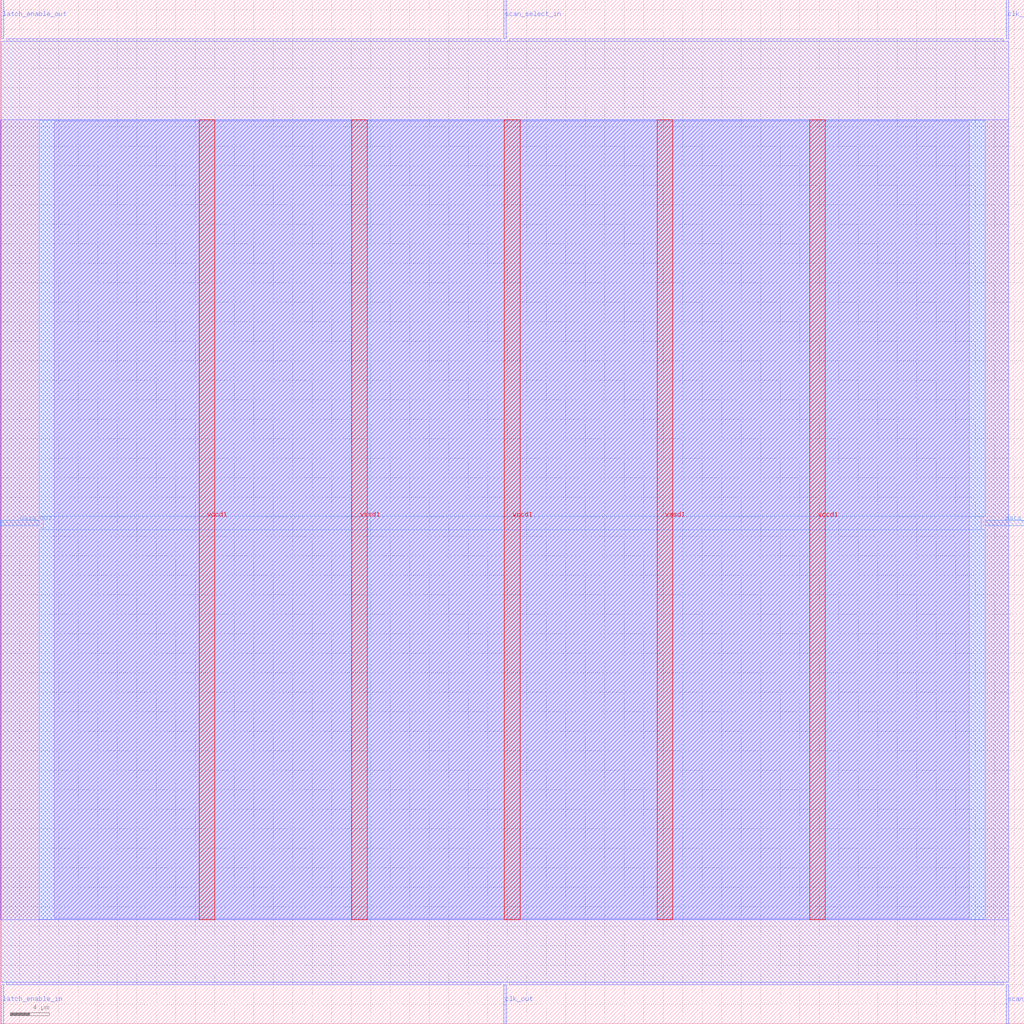
<source format=lef>
VERSION 5.7 ;
  NOWIREEXTENSIONATPIN ON ;
  DIVIDERCHAR "/" ;
  BUSBITCHARS "[]" ;
MACRO scan_wrapper_341452019534398035
  CLASS BLOCK ;
  FOREIGN scan_wrapper_341452019534398035 ;
  ORIGIN 0.000 0.000 ;
  SIZE 105.000 BY 105.000 ;
  PIN clk_in
    DIRECTION INPUT ;
    USE SIGNAL ;
    PORT
      LAYER met2 ;
        RECT 103.130 101.000 103.410 105.000 ;
    END
  END clk_in
  PIN clk_out
    DIRECTION OUTPUT TRISTATE ;
    USE SIGNAL ;
    PORT
      LAYER met2 ;
        RECT 51.610 0.000 51.890 4.000 ;
    END
  END clk_out
  PIN data_in
    DIRECTION INPUT ;
    USE SIGNAL ;
    PORT
      LAYER met3 ;
        RECT 101.000 51.040 105.000 51.640 ;
    END
  END data_in
  PIN data_out
    DIRECTION OUTPUT TRISTATE ;
    USE SIGNAL ;
    PORT
      LAYER met3 ;
        RECT 0.000 51.040 4.000 51.640 ;
    END
  END data_out
  PIN latch_enable_in
    DIRECTION INPUT ;
    USE SIGNAL ;
    PORT
      LAYER met2 ;
        RECT 0.090 0.000 0.370 4.000 ;
    END
  END latch_enable_in
  PIN latch_enable_out
    DIRECTION OUTPUT TRISTATE ;
    USE SIGNAL ;
    PORT
      LAYER met2 ;
        RECT 0.090 101.000 0.370 105.000 ;
    END
  END latch_enable_out
  PIN scan_select_in
    DIRECTION INPUT ;
    USE SIGNAL ;
    PORT
      LAYER met2 ;
        RECT 51.610 101.000 51.890 105.000 ;
    END
  END scan_select_in
  PIN scan_select_out
    DIRECTION OUTPUT TRISTATE ;
    USE SIGNAL ;
    PORT
      LAYER met2 ;
        RECT 103.130 0.000 103.410 4.000 ;
    END
  END scan_select_out
  PIN vccd1
    DIRECTION INPUT ;
    USE POWER ;
    PORT
      LAYER met4 ;
        RECT 20.380 10.640 21.980 92.720 ;
    END
    PORT
      LAYER met4 ;
        RECT 51.700 10.640 53.300 92.720 ;
    END
    PORT
      LAYER met4 ;
        RECT 83.020 10.640 84.620 92.720 ;
    END
  END vccd1
  PIN vssd1
    DIRECTION INPUT ;
    USE GROUND ;
    PORT
      LAYER met4 ;
        RECT 36.040 10.640 37.640 92.720 ;
    END
    PORT
      LAYER met4 ;
        RECT 67.360 10.640 68.960 92.720 ;
    END
  END vssd1
  OBS
      LAYER li1 ;
        RECT 5.520 10.795 99.360 92.565 ;
      LAYER met1 ;
        RECT 0.070 10.640 103.430 92.720 ;
      LAYER met2 ;
        RECT 0.650 100.720 51.330 101.000 ;
        RECT 52.170 100.720 102.850 101.000 ;
        RECT 0.100 4.280 103.400 100.720 ;
        RECT 0.650 4.000 51.330 4.280 ;
        RECT 52.170 4.000 102.850 4.280 ;
      LAYER met3 ;
        RECT 4.000 52.040 101.000 92.645 ;
        RECT 4.400 50.640 100.600 52.040 ;
        RECT 4.000 10.715 101.000 50.640 ;
  END
END scan_wrapper_341452019534398035
END LIBRARY


</source>
